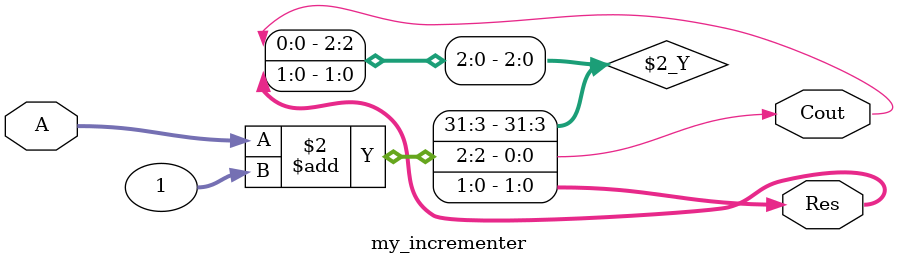
<source format=v>
module my_incrementer(A, Res, Cout);
	input [1:0] A;
	output Cout;
	output [1:0] Res;
	reg [1:0] Res;
	reg Cout;
	always@ (A)
	begin
		{Cout, Res} = A+ 1;
	end
endmodule

</source>
